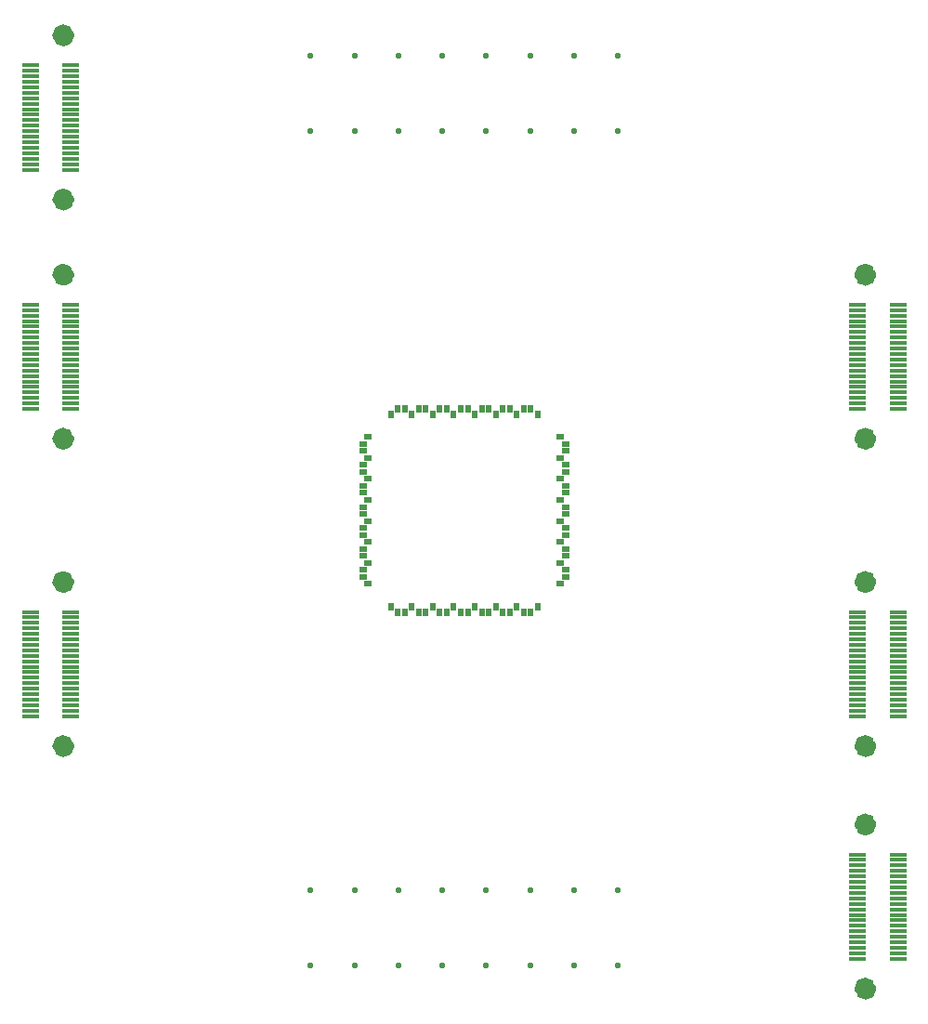
<source format=gbr>
%TF.GenerationSoftware,KiCad,Pcbnew,7.0.9*%
%TF.CreationDate,2024-08-22T14:34:19-06:00*%
%TF.ProjectId,igloo34,69676c6f-6f33-4342-9e6b-696361645f70,rev?*%
%TF.SameCoordinates,Original*%
%TF.FileFunction,Paste,Top*%
%TF.FilePolarity,Positive*%
%FSLAX46Y46*%
G04 Gerber Fmt 4.6, Leading zero omitted, Abs format (unit mm)*
G04 Created by KiCad (PCBNEW 7.0.9) date 2024-08-22 14:34:19*
%MOMM*%
%LPD*%
G01*
G04 APERTURE LIST*
%ADD10C,1.000000*%
%ADD11C,0.560000*%
%ADD12R,1.500000X0.300000*%
%ADD13R,0.750000X0.500000*%
%ADD14R,0.500000X0.750000*%
G04 APERTURE END LIST*
D10*
%TO.C,J20*%
X37050000Y-43575000D02*
G75*
G03*
X37050000Y-43575000I-500000J0D01*
G01*
X37050000Y-28625000D02*
G75*
G03*
X37050000Y-28625000I-500000J0D01*
G01*
%TO.C,J8*%
X37050000Y6525000D02*
G75*
G03*
X37050000Y6525000I-500000J0D01*
G01*
X37050000Y21475000D02*
G75*
G03*
X37050000Y21475000I-500000J0D01*
G01*
%TO.C,J12*%
X-36050000Y21475000D02*
G75*
G03*
X-36050000Y21475000I-500000J0D01*
G01*
X-36050000Y6525000D02*
G75*
G03*
X-36050000Y6525000I-500000J0D01*
G01*
%TO.C,J15*%
X-36050000Y43275000D02*
G75*
G03*
X-36050000Y43275000I-500000J0D01*
G01*
X-36050000Y28325000D02*
G75*
G03*
X-36050000Y28325000I-500000J0D01*
G01*
%TO.C,J7*%
X-36050000Y-6525000D02*
G75*
G03*
X-36050000Y-6525000I-500000J0D01*
G01*
X-36050000Y-21475000D02*
G75*
G03*
X-36050000Y-21475000I-500000J0D01*
G01*
%TO.C,J11*%
X37050000Y-21475000D02*
G75*
G03*
X37050000Y-21475000I-500000J0D01*
G01*
X37050000Y-6525000D02*
G75*
G03*
X37050000Y-6525000I-500000J0D01*
G01*
%TD*%
D11*
%TO.C,J3*%
X14000000Y34575000D03*
X10000000Y34575000D03*
X6000000Y34575000D03*
X2000000Y34575000D03*
X-2000000Y34575000D03*
X-6000000Y34575000D03*
X-10000000Y34575000D03*
X-14000000Y34575000D03*
X14000000Y41425000D03*
X10000000Y41425000D03*
X6000000Y41425000D03*
X2000000Y41425000D03*
X-2000000Y41425000D03*
X-6000000Y41425000D03*
X-10000000Y41425000D03*
X-14000000Y41425000D03*
%TD*%
D12*
%TO.C,J20*%
X39550000Y-31350000D03*
X35850000Y-31350000D03*
X39550000Y-31850000D03*
X35850000Y-31850000D03*
X39550000Y-32350000D03*
X35850000Y-32350000D03*
X39550000Y-32850000D03*
X35850000Y-32850000D03*
X39550000Y-33350000D03*
X35850000Y-33350000D03*
X39550000Y-33850000D03*
X35850000Y-33850000D03*
X39550000Y-34350000D03*
X35850000Y-34350000D03*
X39550000Y-34850000D03*
X35850000Y-34850000D03*
X39550000Y-35350000D03*
X35850000Y-35350000D03*
X39550000Y-35850000D03*
X35850000Y-35850000D03*
X39550000Y-36350000D03*
X35850000Y-36350000D03*
X39550000Y-36850000D03*
X35850000Y-36850000D03*
X39550000Y-37350000D03*
X35850000Y-37350000D03*
X39550000Y-37850000D03*
X35850000Y-37850000D03*
X39550000Y-38350000D03*
X35850000Y-38350000D03*
X39550000Y-38850000D03*
X35850000Y-38850000D03*
X39550000Y-39350000D03*
X35850000Y-39350000D03*
X39550000Y-39850000D03*
X35850000Y-39850000D03*
X39550000Y-40350000D03*
X35850000Y-40350000D03*
X39550000Y-40850000D03*
X35850000Y-40850000D03*
%TD*%
D13*
%TO.C,J21*%
X9250000Y-5430000D03*
X9250000Y-6068000D03*
%TD*%
D14*
%TO.C,J17*%
X-6060000Y9250000D03*
X-5422000Y9250000D03*
%TD*%
%TO.C,J6*%
X6702500Y-8750000D03*
X4787500Y-8750000D03*
X2872500Y-8750000D03*
X957500Y-8750000D03*
X-957500Y-8750000D03*
X-2872500Y-8750000D03*
X-4787500Y-8750000D03*
X-6702500Y-8750000D03*
%TD*%
D13*
%TO.C,J24*%
X-9250000Y-6070000D03*
X-9250000Y-5432000D03*
%TD*%
D12*
%TO.C,J8*%
X39550000Y18750000D03*
X35850000Y18750000D03*
X39550000Y18250000D03*
X35850000Y18250000D03*
X39550000Y17750000D03*
X35850000Y17750000D03*
X39550000Y17250000D03*
X35850000Y17250000D03*
X39550000Y16750000D03*
X35850000Y16750000D03*
X39550000Y16250000D03*
X35850000Y16250000D03*
X39550000Y15750000D03*
X35850000Y15750000D03*
X39550000Y15250000D03*
X35850000Y15250000D03*
X39550000Y14750000D03*
X35850000Y14750000D03*
X39550000Y14250000D03*
X35850000Y14250000D03*
X39550000Y13750000D03*
X35850000Y13750000D03*
X39550000Y13250000D03*
X35850000Y13250000D03*
X39550000Y12750000D03*
X35850000Y12750000D03*
X39550000Y12250000D03*
X35850000Y12250000D03*
X39550000Y11750000D03*
X35850000Y11750000D03*
X39550000Y11250000D03*
X35850000Y11250000D03*
X39550000Y10750000D03*
X35850000Y10750000D03*
X39550000Y10250000D03*
X35850000Y10250000D03*
X39550000Y9750000D03*
X35850000Y9750000D03*
X39550000Y9250000D03*
X35850000Y9250000D03*
%TD*%
D14*
%TO.C,J18*%
X5420000Y9250000D03*
X6058000Y9250000D03*
%TD*%
D13*
%TO.C,J19*%
X9250000Y6060000D03*
X9250000Y5422000D03*
%TD*%
D12*
%TO.C,J12*%
X-39550000Y9250000D03*
X-35850000Y9250000D03*
X-39550000Y9750000D03*
X-35850000Y9750000D03*
X-39550000Y10250000D03*
X-35850000Y10250000D03*
X-39550000Y10750000D03*
X-35850000Y10750000D03*
X-39550000Y11250000D03*
X-35850000Y11250000D03*
X-39550000Y11750000D03*
X-35850000Y11750000D03*
X-39550000Y12250000D03*
X-35850000Y12250000D03*
X-39550000Y12750000D03*
X-35850000Y12750000D03*
X-39550000Y13250000D03*
X-35850000Y13250000D03*
X-39550000Y13750000D03*
X-35850000Y13750000D03*
X-39550000Y14250000D03*
X-35850000Y14250000D03*
X-39550000Y14750000D03*
X-35850000Y14750000D03*
X-39550000Y15250000D03*
X-35850000Y15250000D03*
X-39550000Y15750000D03*
X-35850000Y15750000D03*
X-39550000Y16250000D03*
X-35850000Y16250000D03*
X-39550000Y16750000D03*
X-35850000Y16750000D03*
X-39550000Y17250000D03*
X-35850000Y17250000D03*
X-39550000Y17750000D03*
X-35850000Y17750000D03*
X-39550000Y18250000D03*
X-35850000Y18250000D03*
X-39550000Y18750000D03*
X-35850000Y18750000D03*
%TD*%
%TO.C,J15*%
X-39550000Y31050000D03*
X-35850000Y31050000D03*
X-39550000Y31550000D03*
X-35850000Y31550000D03*
X-39550000Y32050000D03*
X-35850000Y32050000D03*
X-39550000Y32550000D03*
X-35850000Y32550000D03*
X-39550000Y33050000D03*
X-35850000Y33050000D03*
X-39550000Y33550000D03*
X-35850000Y33550000D03*
X-39550000Y34050000D03*
X-35850000Y34050000D03*
X-39550000Y34550000D03*
X-35850000Y34550000D03*
X-39550000Y35050000D03*
X-35850000Y35050000D03*
X-39550000Y35550000D03*
X-35850000Y35550000D03*
X-39550000Y36050000D03*
X-35850000Y36050000D03*
X-39550000Y36550000D03*
X-35850000Y36550000D03*
X-39550000Y37050000D03*
X-35850000Y37050000D03*
X-39550000Y37550000D03*
X-35850000Y37550000D03*
X-39550000Y38050000D03*
X-35850000Y38050000D03*
X-39550000Y38550000D03*
X-35850000Y38550000D03*
X-39550000Y39050000D03*
X-35850000Y39050000D03*
X-39550000Y39550000D03*
X-35850000Y39550000D03*
X-39550000Y40050000D03*
X-35850000Y40050000D03*
X-39550000Y40550000D03*
X-35850000Y40550000D03*
%TD*%
D13*
%TO.C,J2*%
X8750000Y-6702500D03*
X8750000Y-4787500D03*
X8750000Y-2872500D03*
X8750000Y-957500D03*
X8750000Y957500D03*
X8750000Y2872500D03*
X8750000Y4787500D03*
X8750000Y6702500D03*
%TD*%
D14*
%TO.C,J23*%
X-5430000Y-9250000D03*
X-6068000Y-9250000D03*
%TD*%
%TO.C,J22*%
X6060000Y-9250000D03*
X5422000Y-9250000D03*
%TD*%
%TO.C,J5*%
X-6702500Y8750000D03*
X-4787500Y8750000D03*
X-2872500Y8750000D03*
X-957500Y8750000D03*
X957500Y8750000D03*
X2872500Y8750000D03*
X4787500Y8750000D03*
X6702500Y8750000D03*
%TD*%
D13*
%TO.C,J16*%
X-9250000Y5430000D03*
X-9250000Y6068000D03*
%TD*%
D12*
%TO.C,J7*%
X-39550000Y-18750000D03*
X-35850000Y-18750000D03*
X-39550000Y-18250000D03*
X-35850000Y-18250000D03*
X-39550000Y-17750000D03*
X-35850000Y-17750000D03*
X-39550000Y-17250000D03*
X-35850000Y-17250000D03*
X-39550000Y-16750000D03*
X-35850000Y-16750000D03*
X-39550000Y-16250000D03*
X-35850000Y-16250000D03*
X-39550000Y-15750000D03*
X-35850000Y-15750000D03*
X-39550000Y-15250000D03*
X-35850000Y-15250000D03*
X-39550000Y-14750000D03*
X-35850000Y-14750000D03*
X-39550000Y-14250000D03*
X-35850000Y-14250000D03*
X-39550000Y-13750000D03*
X-35850000Y-13750000D03*
X-39550000Y-13250000D03*
X-35850000Y-13250000D03*
X-39550000Y-12750000D03*
X-35850000Y-12750000D03*
X-39550000Y-12250000D03*
X-35850000Y-12250000D03*
X-39550000Y-11750000D03*
X-35850000Y-11750000D03*
X-39550000Y-11250000D03*
X-35850000Y-11250000D03*
X-39550000Y-10750000D03*
X-35850000Y-10750000D03*
X-39550000Y-10250000D03*
X-35850000Y-10250000D03*
X-39550000Y-9750000D03*
X-35850000Y-9750000D03*
X-39550000Y-9250000D03*
X-35850000Y-9250000D03*
%TD*%
%TO.C,J11*%
X39550000Y-9250000D03*
X35850000Y-9250000D03*
X39550000Y-9750000D03*
X35850000Y-9750000D03*
X39550000Y-10250000D03*
X35850000Y-10250000D03*
X39550000Y-10750000D03*
X35850000Y-10750000D03*
X39550000Y-11250000D03*
X35850000Y-11250000D03*
X39550000Y-11750000D03*
X35850000Y-11750000D03*
X39550000Y-12250000D03*
X35850000Y-12250000D03*
X39550000Y-12750000D03*
X35850000Y-12750000D03*
X39550000Y-13250000D03*
X35850000Y-13250000D03*
X39550000Y-13750000D03*
X35850000Y-13750000D03*
X39550000Y-14250000D03*
X35850000Y-14250000D03*
X39550000Y-14750000D03*
X35850000Y-14750000D03*
X39550000Y-15250000D03*
X35850000Y-15250000D03*
X39550000Y-15750000D03*
X35850000Y-15750000D03*
X39550000Y-16250000D03*
X35850000Y-16250000D03*
X39550000Y-16750000D03*
X35850000Y-16750000D03*
X39550000Y-17250000D03*
X35850000Y-17250000D03*
X39550000Y-17750000D03*
X35850000Y-17750000D03*
X39550000Y-18250000D03*
X35850000Y-18250000D03*
X39550000Y-18750000D03*
X35850000Y-18750000D03*
%TD*%
D14*
%TO.C,J10*%
X-4147000Y9250000D03*
X-3509000Y9250000D03*
X-2233000Y9250000D03*
X-1595000Y9250000D03*
X-319000Y9250000D03*
X319000Y9250000D03*
X1595000Y9250000D03*
X2233000Y9250000D03*
X3509000Y9250000D03*
X4147000Y9250000D03*
%TD*%
D13*
%TO.C,J14*%
X-9250000Y-4147000D03*
X-9250000Y-3509000D03*
X-9250000Y-2233000D03*
X-9250000Y-1595000D03*
X-9250000Y-319000D03*
X-9250000Y319000D03*
X-9250000Y1595000D03*
X-9250000Y2233000D03*
X-9250000Y3509000D03*
X-9250000Y4147000D03*
%TD*%
D14*
%TO.C,J9*%
X4147000Y-9250000D03*
X3509000Y-9250000D03*
X2233000Y-9250000D03*
X1595000Y-9250000D03*
X319000Y-9250000D03*
X-319000Y-9250000D03*
X-1595000Y-9250000D03*
X-2233000Y-9250000D03*
X-3509000Y-9250000D03*
X-4147000Y-9250000D03*
%TD*%
D11*
%TO.C,J4*%
X14000000Y-41425000D03*
X10000000Y-41425000D03*
X6000000Y-41425000D03*
X2000000Y-41425000D03*
X-2000000Y-41425000D03*
X-6000000Y-41425000D03*
X-10000000Y-41425000D03*
X-14000000Y-41425000D03*
X14000000Y-34575000D03*
X10000000Y-34575000D03*
X6000000Y-34575000D03*
X2000000Y-34575000D03*
X-2000000Y-34575000D03*
X-6000000Y-34575000D03*
X-10000000Y-34575000D03*
X-14000000Y-34575000D03*
%TD*%
D13*
%TO.C,J1*%
X-8750000Y6702500D03*
X-8750000Y4787500D03*
X-8750000Y2872500D03*
X-8750000Y957500D03*
X-8750000Y-957500D03*
X-8750000Y-2872500D03*
X-8750000Y-4787500D03*
X-8750000Y-6702500D03*
%TD*%
%TO.C,J13*%
X9250000Y4147000D03*
X9250000Y3509000D03*
X9250000Y2233000D03*
X9250000Y1595000D03*
X9250000Y319000D03*
X9250000Y-319000D03*
X9250000Y-1595000D03*
X9250000Y-2233000D03*
X9250000Y-3509000D03*
X9250000Y-4147000D03*
%TD*%
M02*

</source>
